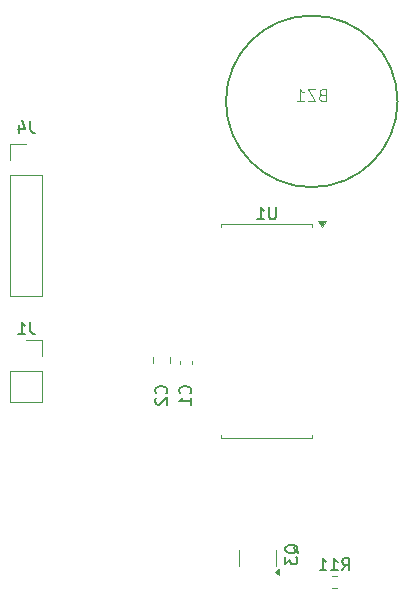
<source format=gbr>
%TF.GenerationSoftware,KiCad,Pcbnew,8.0.1*%
%TF.CreationDate,2024-04-22T14:35:34+03:00*%
%TF.ProjectId,Zar Electronic,5a617220-456c-4656-9374-726f6e69632e,rev?*%
%TF.SameCoordinates,Original*%
%TF.FileFunction,Legend,Bot*%
%TF.FilePolarity,Positive*%
%FSLAX46Y46*%
G04 Gerber Fmt 4.6, Leading zero omitted, Abs format (unit mm)*
G04 Created by KiCad (PCBNEW 8.0.1) date 2024-04-22 14:35:34*
%MOMM*%
%LPD*%
G01*
G04 APERTURE LIST*
%ADD10C,0.150000*%
%ADD11C,0.100000*%
%ADD12C,0.120000*%
G04 APERTURE END LIST*
D10*
X108233333Y-53984819D02*
X108233333Y-54699104D01*
X108233333Y-54699104D02*
X108280952Y-54841961D01*
X108280952Y-54841961D02*
X108376190Y-54937200D01*
X108376190Y-54937200D02*
X108519047Y-54984819D01*
X108519047Y-54984819D02*
X108614285Y-54984819D01*
X107328571Y-54318152D02*
X107328571Y-54984819D01*
X107566666Y-53937200D02*
X107804761Y-54651485D01*
X107804761Y-54651485D02*
X107185714Y-54651485D01*
X108233333Y-71024819D02*
X108233333Y-71739104D01*
X108233333Y-71739104D02*
X108280952Y-71881961D01*
X108280952Y-71881961D02*
X108376190Y-71977200D01*
X108376190Y-71977200D02*
X108519047Y-72024819D01*
X108519047Y-72024819D02*
X108614285Y-72024819D01*
X107233333Y-72024819D02*
X107804761Y-72024819D01*
X107519047Y-72024819D02*
X107519047Y-71024819D01*
X107519047Y-71024819D02*
X107614285Y-71167676D01*
X107614285Y-71167676D02*
X107709523Y-71262914D01*
X107709523Y-71262914D02*
X107804761Y-71310533D01*
X121771580Y-77049333D02*
X121819200Y-77001714D01*
X121819200Y-77001714D02*
X121866819Y-76858857D01*
X121866819Y-76858857D02*
X121866819Y-76763619D01*
X121866819Y-76763619D02*
X121819200Y-76620762D01*
X121819200Y-76620762D02*
X121723961Y-76525524D01*
X121723961Y-76525524D02*
X121628723Y-76477905D01*
X121628723Y-76477905D02*
X121438247Y-76430286D01*
X121438247Y-76430286D02*
X121295390Y-76430286D01*
X121295390Y-76430286D02*
X121104914Y-76477905D01*
X121104914Y-76477905D02*
X121009676Y-76525524D01*
X121009676Y-76525524D02*
X120914438Y-76620762D01*
X120914438Y-76620762D02*
X120866819Y-76763619D01*
X120866819Y-76763619D02*
X120866819Y-76858857D01*
X120866819Y-76858857D02*
X120914438Y-77001714D01*
X120914438Y-77001714D02*
X120962057Y-77049333D01*
X121866819Y-78001714D02*
X121866819Y-77430286D01*
X121866819Y-77716000D02*
X120866819Y-77716000D01*
X120866819Y-77716000D02*
X121009676Y-77620762D01*
X121009676Y-77620762D02*
X121104914Y-77525524D01*
X121104914Y-77525524D02*
X121152533Y-77430286D01*
X119739580Y-77049333D02*
X119787200Y-77001714D01*
X119787200Y-77001714D02*
X119834819Y-76858857D01*
X119834819Y-76858857D02*
X119834819Y-76763619D01*
X119834819Y-76763619D02*
X119787200Y-76620762D01*
X119787200Y-76620762D02*
X119691961Y-76525524D01*
X119691961Y-76525524D02*
X119596723Y-76477905D01*
X119596723Y-76477905D02*
X119406247Y-76430286D01*
X119406247Y-76430286D02*
X119263390Y-76430286D01*
X119263390Y-76430286D02*
X119072914Y-76477905D01*
X119072914Y-76477905D02*
X118977676Y-76525524D01*
X118977676Y-76525524D02*
X118882438Y-76620762D01*
X118882438Y-76620762D02*
X118834819Y-76763619D01*
X118834819Y-76763619D02*
X118834819Y-76858857D01*
X118834819Y-76858857D02*
X118882438Y-77001714D01*
X118882438Y-77001714D02*
X118930057Y-77049333D01*
X118930057Y-77430286D02*
X118882438Y-77477905D01*
X118882438Y-77477905D02*
X118834819Y-77573143D01*
X118834819Y-77573143D02*
X118834819Y-77811238D01*
X118834819Y-77811238D02*
X118882438Y-77906476D01*
X118882438Y-77906476D02*
X118930057Y-77954095D01*
X118930057Y-77954095D02*
X119025295Y-78001714D01*
X119025295Y-78001714D02*
X119120533Y-78001714D01*
X119120533Y-78001714D02*
X119263390Y-77954095D01*
X119263390Y-77954095D02*
X119834819Y-77382667D01*
X119834819Y-77382667D02*
X119834819Y-78001714D01*
X130950057Y-90604761D02*
X130902438Y-90509523D01*
X130902438Y-90509523D02*
X130807200Y-90414285D01*
X130807200Y-90414285D02*
X130664342Y-90271428D01*
X130664342Y-90271428D02*
X130616723Y-90176190D01*
X130616723Y-90176190D02*
X130616723Y-90080952D01*
X130854819Y-90128571D02*
X130807200Y-90033333D01*
X130807200Y-90033333D02*
X130711961Y-89938095D01*
X130711961Y-89938095D02*
X130521485Y-89890476D01*
X130521485Y-89890476D02*
X130188152Y-89890476D01*
X130188152Y-89890476D02*
X129997676Y-89938095D01*
X129997676Y-89938095D02*
X129902438Y-90033333D01*
X129902438Y-90033333D02*
X129854819Y-90128571D01*
X129854819Y-90128571D02*
X129854819Y-90319047D01*
X129854819Y-90319047D02*
X129902438Y-90414285D01*
X129902438Y-90414285D02*
X129997676Y-90509523D01*
X129997676Y-90509523D02*
X130188152Y-90557142D01*
X130188152Y-90557142D02*
X130521485Y-90557142D01*
X130521485Y-90557142D02*
X130711961Y-90509523D01*
X130711961Y-90509523D02*
X130807200Y-90414285D01*
X130807200Y-90414285D02*
X130854819Y-90319047D01*
X130854819Y-90319047D02*
X130854819Y-90128571D01*
X129854819Y-90890476D02*
X129854819Y-91509523D01*
X129854819Y-91509523D02*
X130235771Y-91176190D01*
X130235771Y-91176190D02*
X130235771Y-91319047D01*
X130235771Y-91319047D02*
X130283390Y-91414285D01*
X130283390Y-91414285D02*
X130331009Y-91461904D01*
X130331009Y-91461904D02*
X130426247Y-91509523D01*
X130426247Y-91509523D02*
X130664342Y-91509523D01*
X130664342Y-91509523D02*
X130759580Y-91461904D01*
X130759580Y-91461904D02*
X130807200Y-91414285D01*
X130807200Y-91414285D02*
X130854819Y-91319047D01*
X130854819Y-91319047D02*
X130854819Y-91033333D01*
X130854819Y-91033333D02*
X130807200Y-90938095D01*
X130807200Y-90938095D02*
X130759580Y-90890476D01*
D11*
X132960952Y-51757609D02*
X132818095Y-51805228D01*
X132818095Y-51805228D02*
X132770476Y-51852847D01*
X132770476Y-51852847D02*
X132722857Y-51948085D01*
X132722857Y-51948085D02*
X132722857Y-52090942D01*
X132722857Y-52090942D02*
X132770476Y-52186180D01*
X132770476Y-52186180D02*
X132818095Y-52233800D01*
X132818095Y-52233800D02*
X132913333Y-52281419D01*
X132913333Y-52281419D02*
X133294285Y-52281419D01*
X133294285Y-52281419D02*
X133294285Y-51281419D01*
X133294285Y-51281419D02*
X132960952Y-51281419D01*
X132960952Y-51281419D02*
X132865714Y-51329038D01*
X132865714Y-51329038D02*
X132818095Y-51376657D01*
X132818095Y-51376657D02*
X132770476Y-51471895D01*
X132770476Y-51471895D02*
X132770476Y-51567133D01*
X132770476Y-51567133D02*
X132818095Y-51662371D01*
X132818095Y-51662371D02*
X132865714Y-51709990D01*
X132865714Y-51709990D02*
X132960952Y-51757609D01*
X132960952Y-51757609D02*
X133294285Y-51757609D01*
X132389523Y-51281419D02*
X131722857Y-51281419D01*
X131722857Y-51281419D02*
X132389523Y-52281419D01*
X132389523Y-52281419D02*
X131722857Y-52281419D01*
X130818095Y-52281419D02*
X131389523Y-52281419D01*
X131103809Y-52281419D02*
X131103809Y-51281419D01*
X131103809Y-51281419D02*
X131199047Y-51424276D01*
X131199047Y-51424276D02*
X131294285Y-51519514D01*
X131294285Y-51519514D02*
X131389523Y-51567133D01*
D10*
X134642857Y-92024819D02*
X134976190Y-91548628D01*
X135214285Y-92024819D02*
X135214285Y-91024819D01*
X135214285Y-91024819D02*
X134833333Y-91024819D01*
X134833333Y-91024819D02*
X134738095Y-91072438D01*
X134738095Y-91072438D02*
X134690476Y-91120057D01*
X134690476Y-91120057D02*
X134642857Y-91215295D01*
X134642857Y-91215295D02*
X134642857Y-91358152D01*
X134642857Y-91358152D02*
X134690476Y-91453390D01*
X134690476Y-91453390D02*
X134738095Y-91501009D01*
X134738095Y-91501009D02*
X134833333Y-91548628D01*
X134833333Y-91548628D02*
X135214285Y-91548628D01*
X133690476Y-92024819D02*
X134261904Y-92024819D01*
X133976190Y-92024819D02*
X133976190Y-91024819D01*
X133976190Y-91024819D02*
X134071428Y-91167676D01*
X134071428Y-91167676D02*
X134166666Y-91262914D01*
X134166666Y-91262914D02*
X134261904Y-91310533D01*
X132738095Y-92024819D02*
X133309523Y-92024819D01*
X133023809Y-92024819D02*
X133023809Y-91024819D01*
X133023809Y-91024819D02*
X133119047Y-91167676D01*
X133119047Y-91167676D02*
X133214285Y-91262914D01*
X133214285Y-91262914D02*
X133309523Y-91310533D01*
X129031904Y-61309819D02*
X129031904Y-62119342D01*
X129031904Y-62119342D02*
X128984285Y-62214580D01*
X128984285Y-62214580D02*
X128936666Y-62262200D01*
X128936666Y-62262200D02*
X128841428Y-62309819D01*
X128841428Y-62309819D02*
X128650952Y-62309819D01*
X128650952Y-62309819D02*
X128555714Y-62262200D01*
X128555714Y-62262200D02*
X128508095Y-62214580D01*
X128508095Y-62214580D02*
X128460476Y-62119342D01*
X128460476Y-62119342D02*
X128460476Y-61309819D01*
X127460476Y-62309819D02*
X128031904Y-62309819D01*
X127746190Y-62309819D02*
X127746190Y-61309819D01*
X127746190Y-61309819D02*
X127841428Y-61452676D01*
X127841428Y-61452676D02*
X127936666Y-61547914D01*
X127936666Y-61547914D02*
X128031904Y-61595533D01*
D12*
%TO.C,J4*%
X109230000Y-68790000D02*
X109230000Y-58570000D01*
X106570000Y-58570000D02*
X109230000Y-58570000D01*
X106570000Y-68790000D02*
X109230000Y-68790000D01*
X106570000Y-55970000D02*
X107900000Y-55970000D01*
X106570000Y-57300000D02*
X106570000Y-55970000D01*
X106570000Y-68790000D02*
X106570000Y-58570000D01*
%TO.C,J1*%
X106570000Y-75170000D02*
X109230000Y-75170000D01*
X106570000Y-77770000D02*
X106570000Y-75170000D01*
X106570000Y-77770000D02*
X109230000Y-77770000D01*
X107900000Y-72570000D02*
X109230000Y-72570000D01*
X109230000Y-72570000D02*
X109230000Y-73900000D01*
X109230000Y-77770000D02*
X109230000Y-75170000D01*
%TO.C,C1*%
X120902000Y-74549580D02*
X120902000Y-74268420D01*
X121922000Y-74549580D02*
X121922000Y-74268420D01*
%TO.C,C2*%
X118645000Y-74495252D02*
X118645000Y-73972748D01*
X120115000Y-74495252D02*
X120115000Y-73972748D01*
%TO.C,Q3*%
X125940000Y-90350000D02*
X125940000Y-91000000D01*
X125940000Y-91650000D02*
X125940000Y-91000000D01*
X129060000Y-90350000D02*
X129060000Y-91000000D01*
X129060000Y-91650000D02*
X129060000Y-91000000D01*
X129340000Y-92402500D02*
X129010000Y-92162500D01*
X129340000Y-91922500D01*
X129340000Y-92402500D01*
G36*
X129340000Y-92402500D02*
G01*
X129010000Y-92162500D01*
X129340000Y-91922500D01*
X129340000Y-92402500D01*
G37*
D10*
%TO.C,BZ1*%
X139344400Y-52324000D02*
G75*
G02*
X124815600Y-52324000I-7264400J0D01*
G01*
X124815600Y-52324000D02*
G75*
G02*
X139344400Y-52324000I7264400J0D01*
G01*
D12*
%TO.C,R11*%
X133762742Y-92477500D02*
X134237258Y-92477500D01*
X133762742Y-93522500D02*
X134237258Y-93522500D01*
%TO.C,U1*%
X124410000Y-62695000D02*
X128270000Y-62695000D01*
X124410000Y-62940000D02*
X124410000Y-62695000D01*
X124410000Y-80570000D02*
X124410000Y-80815000D01*
X124410000Y-80815000D02*
X128270000Y-80815000D01*
X132130000Y-62695000D02*
X128270000Y-62695000D01*
X132130000Y-62940000D02*
X132130000Y-62695000D01*
X132130000Y-80570000D02*
X132130000Y-80815000D01*
X132130000Y-80815000D02*
X128270000Y-80815000D01*
X132982500Y-62940000D02*
X132642500Y-62470000D01*
X133322500Y-62470000D01*
X132982500Y-62940000D01*
G36*
X132982500Y-62940000D02*
G01*
X132642500Y-62470000D01*
X133322500Y-62470000D01*
X132982500Y-62940000D01*
G37*
%TD*%
M02*

</source>
